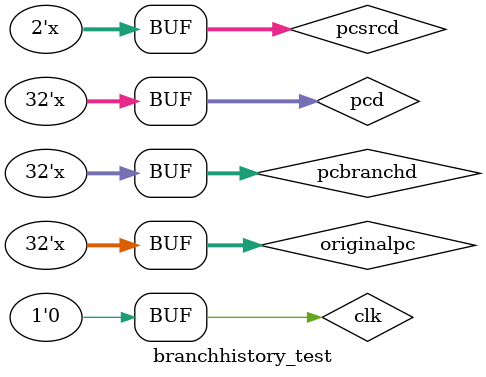
<source format=v>
module branchhistory_test();
  reg         clk;
  reg  [1:0]  pcsrcd;
  reg  [31:0] originalpc, pcbranchd, pcd;
  wire [31:0] pcnext;
  wire        clrbp;

  // test
   globalbranchpredictor DUT(clk,pcsrcd,pcd,pcbranchd,originalpc,pcnext,clrbp);

  // generate clock to sequence tests
  always begin
    clk <= 1;
    #5;
    clk <= 0;
    # 5;
  end

  // check results
  initial begin
    // No -> No: Regular instruction
    originalpc <= 32'h1;
    #10;
    pcd <= 32'h1;
    originalpc <= 32'h2;
    pcsrcd <= 2'b00;
    #10;

    // No -> Yes: Normal, non-existing in buffer, place originalpc values into buffer[0]
    pcd <= 32'h2;
    originalpc <= 32'h3;
    pcsrcd<=2'b00;
    #10;
    pcd <= 32'h3;
    originalpc <= 32'h4;
    pcbranchd <= 32'h50;
    pcsrcd <= 2'b01;
    #10;


    // No -> Yes: Normal, non-existing in buffer, place originalpc values into buffer[1]
    pcd <= 32'h4;
    originalpc <= 32'h50;
    pcsrcd     <= 2'b00;
    #10;
    pcd = 32'h50;
    originalpc <= 32'h51;
    pcbranchd <= 32'h10;
    pcsrcd <= 2'b01;
    #10;

    // Yes -> No: Existing in buffer, pcsrcd[0] is false
    pcd <= 32'h51;
    originalpc <= 32'h3;
    pcsrcd <=2'b00;
    #10;
    pcsrcd <= 2'b00;     // clrbp should be generated, originalpc comes back and is pcnext

    // Yes -> Yes: Existing in buffer, pcsrcd[0] is true
    pcd = 32'h3;
    originalpc <= 32'h23;
    pcsrcd<=2'b00;
    #10;
    pcsrcd <= 2'b01;
    pcd <= 32'h23;
    originalpc <= 32'h24;
    #10;
    pcd <=32'h24;
    originalpc <=32'h23;
    pcsrcd<=2'b00;
    #10;
    pcd <=32'h24;
    pcsrcd<=2'b01;
    originalpc <=32'h25;
    #10;
    pcsrcd<=2'b00;
    originalpc <= 32'h23;
    pcd<=32'h24;
    #10
    pcsrcd<=2'b01;
    originalpc<=32'h88;
    pcd<=32'h23;
    #10
    pcsrcd<=2'bx;
    originalpc<=32'hx;
    pcd<=32'hx;
    pcbranchd<=32'hx;
    



  end

endmodule

</source>
